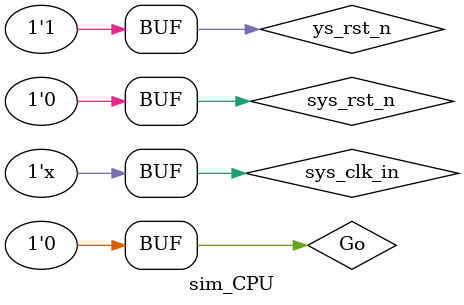
<source format=v>
`timescale 1ns / 1ps


module sim_CPU(

    );
    reg Go;
   

reg sys_clk_in,sys_rst_n;
initial
    begin
        sys_clk_in=1'b1;
        sys_rst_n=1'b0;
        Go<=1'b0;
        
        #3sys_rst_n=1'b1;
    end

always#5
    sys_clk_in=~sys_clk_in;


 wire [31:0]LED_DATA;
    CPU T1(
        sys_clk_in,
        sys_rst_n,
        Go,
        LED_DATA
    //output PC
            );


endmodule

</source>
